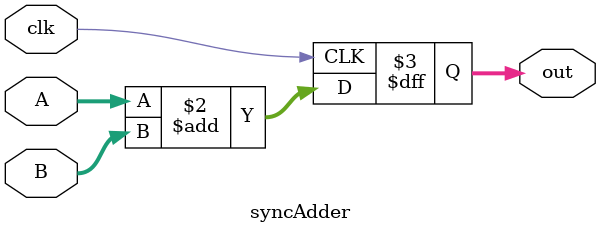
<source format=v>

module syncAdder(clk, A, B, out);
    input clk;
    input [31:0]A, B;
    output reg [31:0]out;
    always @(posedge clk)
        out = A+B;
endmodule
</source>
